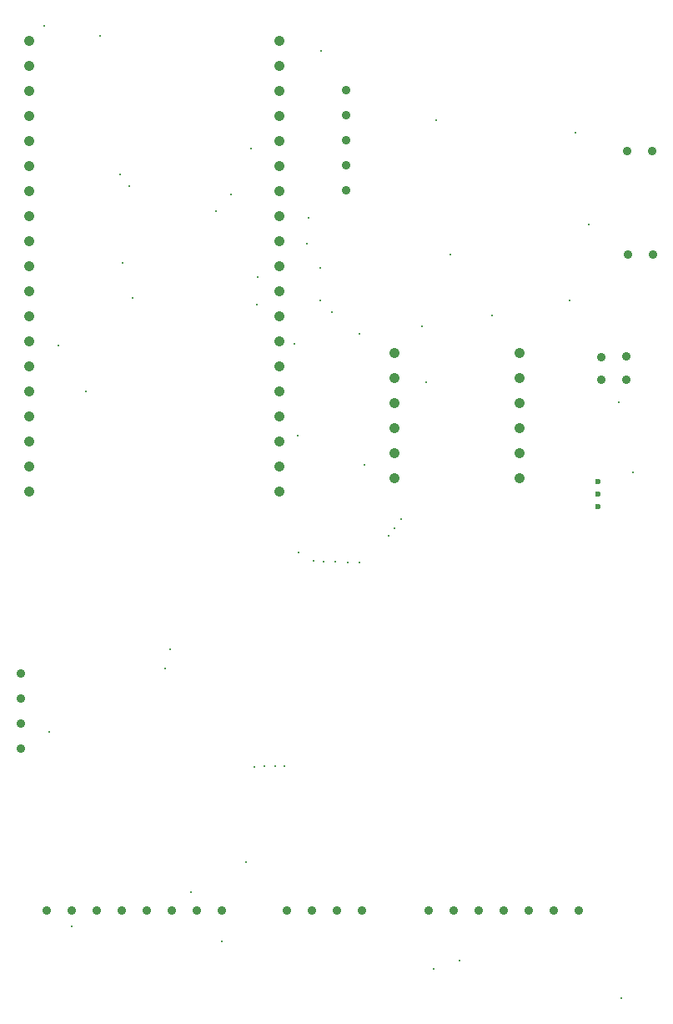
<source format=gbr>
%TF.GenerationSoftware,KiCad,Pcbnew,9.0.0*%
%TF.CreationDate,2025-08-04T23:41:06+05:30*%
%TF.ProjectId,signalscope,7369676e-616c-4736-936f-70652e6b6963,rev?*%
%TF.SameCoordinates,Original*%
%TF.FileFunction,Plated,1,2,PTH,Drill*%
%TF.FilePolarity,Positive*%
%FSLAX46Y46*%
G04 Gerber Fmt 4.6, Leading zero omitted, Abs format (unit mm)*
G04 Created by KiCad (PCBNEW 9.0.0) date 2025-08-04 23:41:06*
%MOMM*%
%LPD*%
G01*
G04 APERTURE LIST*
%TA.AperFunction,ViaDrill*%
%ADD10C,0.300000*%
%TD*%
%TA.AperFunction,ComponentDrill*%
%ADD11C,0.600000*%
%TD*%
%TA.AperFunction,ComponentDrill*%
%ADD12C,0.900000*%
%TD*%
%TA.AperFunction,ComponentDrill*%
%ADD13C,1.040000*%
%TD*%
G04 APERTURE END LIST*
D10*
X124000000Y-36450000D03*
X124525000Y-108150000D03*
X125500000Y-68900000D03*
X126850000Y-127850000D03*
X128300000Y-73530000D03*
X129737500Y-37537500D03*
X131700000Y-51550000D03*
X131950000Y-60550000D03*
X132700000Y-52750000D03*
X132975000Y-64125000D03*
X136300000Y-101650000D03*
X136800000Y-99750000D03*
X138950000Y-124400000D03*
X141500000Y-55300000D03*
X142100000Y-129350000D03*
X143000000Y-53625000D03*
X144550000Y-121350000D03*
X145050000Y-48925000D03*
X145400000Y-111650000D03*
X145600000Y-64775000D03*
X145675000Y-62000000D03*
X146350000Y-111600000D03*
X147450000Y-111600000D03*
X148400000Y-111550000D03*
X149475000Y-68750000D03*
X149750000Y-78100000D03*
X149864265Y-89885735D03*
X150700000Y-58550000D03*
X150850000Y-56000000D03*
X151350000Y-90750000D03*
X152050000Y-61000000D03*
X152050000Y-64300000D03*
X152150000Y-39050000D03*
X152400000Y-90850000D03*
X153250000Y-65500000D03*
X153600000Y-90850000D03*
X154850000Y-90900000D03*
X156000000Y-90950000D03*
X156050000Y-67750000D03*
X156550000Y-81000000D03*
X159000000Y-88250000D03*
X159600000Y-87450000D03*
X160275000Y-86550000D03*
X162400000Y-67000000D03*
X162850000Y-72650000D03*
X163600000Y-132200000D03*
X163850000Y-46050000D03*
X165225000Y-59675000D03*
X166200000Y-131300000D03*
X169525000Y-65900000D03*
X177350000Y-64375000D03*
X178000000Y-47350000D03*
X179300000Y-56650000D03*
X182350000Y-74650000D03*
X182627000Y-135123000D03*
X183825000Y-81800000D03*
D11*
%TO.C,U7*%
X180225000Y-82715000D03*
X180225000Y-83975000D03*
X180225000Y-85225000D03*
D12*
%TO.C,NEO6M*%
X121624000Y-102218000D03*
X121624000Y-104758000D03*
X121624000Y-107298000D03*
X121624000Y-109838000D03*
%TO.C,TFT_display*%
X124282000Y-126250000D03*
X126822000Y-126250000D03*
X129362000Y-126250000D03*
X131902000Y-126250000D03*
X134442000Y-126250000D03*
X136982000Y-126250000D03*
X139522000Y-126250000D03*
X142062000Y-126250000D03*
X148690000Y-126250000D03*
X151230000Y-126250000D03*
X153770000Y-126250000D03*
%TO.C,DS1307_RTC*%
X154650000Y-42970000D03*
X154650000Y-45510000D03*
X154650000Y-48050000D03*
X154650000Y-50590000D03*
X154650000Y-53130000D03*
%TO.C,TFT_display*%
X156300000Y-126250000D03*
%TO.C,MAX98357a*%
X163090000Y-126250000D03*
X165630000Y-126250000D03*
X168170000Y-126250000D03*
X170710000Y-126250000D03*
X173250000Y-126250000D03*
X175790000Y-126250000D03*
X178330000Y-126250000D03*
%TO.C,U4*%
X180562500Y-70125000D03*
X180587500Y-72375000D03*
X183127500Y-72375000D03*
X183137500Y-70025000D03*
%TO.C,D3*%
X183235000Y-49200000D03*
%TO.C,D2*%
X183280000Y-59675000D03*
%TO.C,D3*%
X185775000Y-49200000D03*
%TO.C,D2*%
X185820000Y-59675000D03*
D13*
%TO.C,ESP32_WROOM_DEVKIT*%
X122500000Y-37970000D03*
X122500000Y-40510000D03*
X122500000Y-43050000D03*
X122500000Y-45590000D03*
X122500000Y-48130000D03*
X122500000Y-50670000D03*
X122500000Y-53210000D03*
X122500000Y-55750000D03*
X122500000Y-58290000D03*
X122500000Y-60830000D03*
X122500000Y-63370000D03*
X122500000Y-65910000D03*
X122500000Y-68450000D03*
X122500000Y-70990000D03*
X122500000Y-73530000D03*
X122500000Y-76070000D03*
X122500000Y-78610000D03*
X122500000Y-81150000D03*
X122500000Y-83690000D03*
X147900000Y-37970000D03*
X147900000Y-40510000D03*
X147900000Y-43050000D03*
X147900000Y-45590000D03*
X147900000Y-48130000D03*
X147900000Y-50670000D03*
X147900000Y-53210000D03*
X147900000Y-55750000D03*
X147900000Y-58290000D03*
X147900000Y-60830000D03*
X147900000Y-63370000D03*
X147900000Y-65910000D03*
X147900000Y-68450000D03*
X147900000Y-70990000D03*
X147900000Y-73530000D03*
X147900000Y-76070000D03*
X147900000Y-78610000D03*
X147900000Y-81150000D03*
X147900000Y-83690000D03*
%TO.C,ICM20948*%
X159600000Y-69690000D03*
X159600000Y-72230000D03*
X159600000Y-74770000D03*
X159600000Y-77310000D03*
X159600000Y-79850000D03*
X159600000Y-82390000D03*
X172300000Y-69690000D03*
X172300000Y-72230000D03*
X172300000Y-74770000D03*
X172300000Y-77310000D03*
X172300000Y-79850000D03*
X172300000Y-82390000D03*
M02*

</source>
